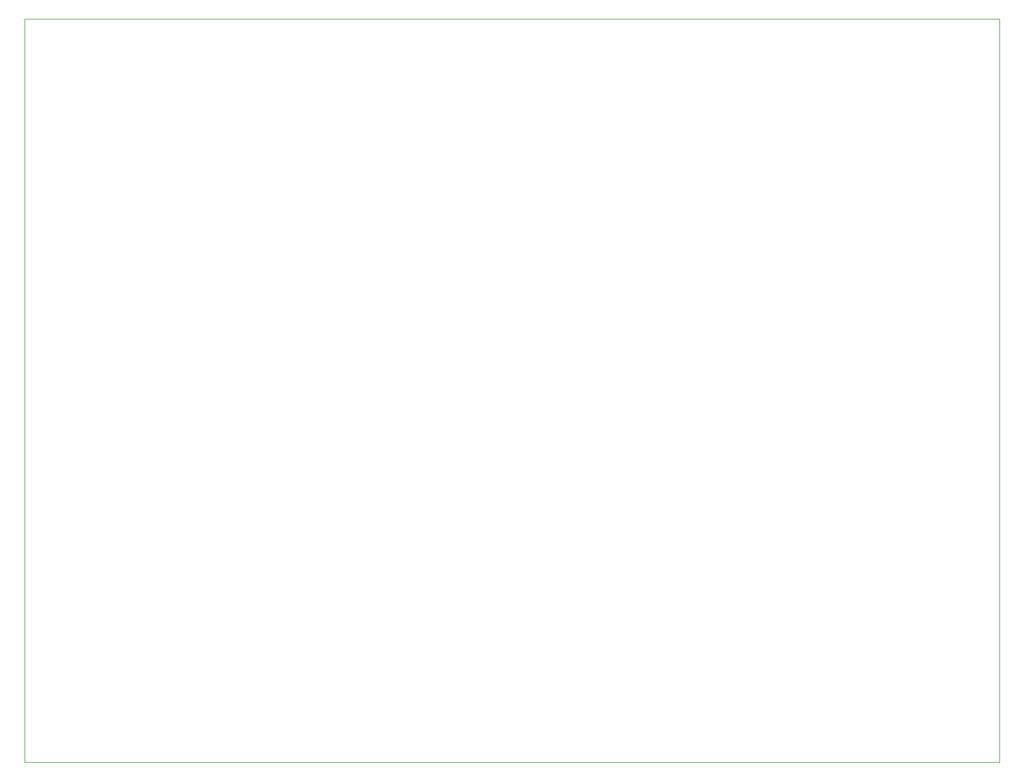
<source format=gm1>
G04 #@! TF.GenerationSoftware,KiCad,Pcbnew,(6.0.4)*
G04 #@! TF.CreationDate,2022-05-09T00:45:17-06:00*
G04 #@! TF.ProjectId,PB_16-6v1_SMD.kicad_pcb,50425f31-362d-4367-9631-5f534d442e6b,rev?*
G04 #@! TF.SameCoordinates,Original*
G04 #@! TF.FileFunction,Profile,NP*
%FSLAX46Y46*%
G04 Gerber Fmt 4.6, Leading zero omitted, Abs format (unit mm)*
G04 Created by KiCad (PCBNEW (6.0.4)) date 2022-05-09 00:45:17*
%MOMM*%
%LPD*%
G01*
G04 APERTURE LIST*
G04 #@! TA.AperFunction,Profile*
%ADD10C,0.100000*%
G04 #@! TD*
G04 APERTURE END LIST*
D10*
X64008000Y-51943000D02*
X208407000Y-51943000D01*
X208407000Y-51943000D02*
X208407000Y-162179000D01*
X208407000Y-162179000D02*
X64008000Y-162179000D01*
X64008000Y-162179000D02*
X64008000Y-51943000D01*
M02*

</source>
